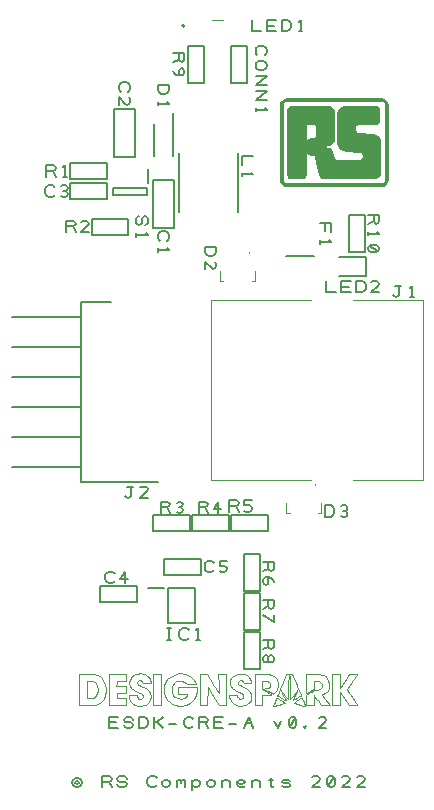
<source format=gbr>
G04 DesignSpark PCB PRO Gerber Version 10.0 Build 5299*
G04 #@! TF.Part,Single*
G04 #@! TF.FileFunction,Legend,Top*
G04 #@! TF.FilePolarity,Positive*
%FSLAX35Y35*%
%MOIN*%
%ADD13C,0.00300*%
%ADD14C,0.00394*%
%ADD10C,0.00500*%
%ADD11C,0.00787*%
%ADD12C,0.00800*%
G04 #@! TD.AperFunction*
X0Y0D02*
D02*
D10*
X18873Y203925D02*
X18561Y203612D01*
X17935Y203300D01*
X16998D01*
X16373Y203612D01*
X16061Y203925D01*
X15748Y204550D01*
Y205800D01*
X16061Y206425D01*
X16373Y206737D01*
X16998Y207050D01*
X17935D01*
X18561Y206737D01*
X18873Y206425D01*
X21061Y203612D02*
X21685Y203300D01*
X22311D01*
X22935Y203612D01*
X23248Y204237D01*
X22935Y204862D01*
X22311Y205175D01*
X21685D01*
X22311D02*
X22935Y205487D01*
X23248Y206112D01*
X22935Y206737D01*
X22311Y207050D01*
X21685D01*
X21061Y206737D01*
X16142Y209993D02*
Y213743D01*
X18329D01*
X18954Y213430D01*
X19267Y212805D01*
X18954Y212180D01*
X18329Y211868D01*
X16142D01*
X18329D02*
X19267Y209993D01*
X21767D02*
X23017D01*
X22392D02*
Y213743D01*
X21767Y213118D01*
X22835Y191489D02*
Y195239D01*
X25022D01*
X25647Y194926D01*
X25960Y194301D01*
X25647Y193676D01*
X25022Y193364D01*
X22835D01*
X25022D02*
X25960Y191489D01*
X30335D02*
X27835D01*
X30022Y193676D01*
X30335Y194301D01*
X30022Y194926D01*
X29397Y195239D01*
X28460D01*
X27835Y194926D01*
X24165Y202468D02*
Y207768D01*
X36465D01*
Y202468D01*
X24165D01*
Y209161D02*
Y214461D01*
X36465D01*
Y209161D01*
X24165D01*
X24803Y7699D02*
Y8012D01*
X25116Y8949D01*
X25428Y9262D01*
X26053Y9574D01*
X26678D01*
X27303Y9262D01*
X27616Y8949D01*
X27928Y8012D01*
Y7699D01*
X27616Y7074D01*
X27303Y6762D01*
X26678Y6449D01*
X26053D01*
X25428Y6762D01*
X25116Y7074D01*
X24803Y7699D01*
X26991D02*
X26366Y7387D01*
X25741Y7699D01*
Y8324D01*
X26366Y8637D01*
X26991Y8324D01*
X34803Y6449D02*
Y10199D01*
X36991D01*
X37616Y9887D01*
X37928Y9262D01*
X37616Y8637D01*
X36991Y8324D01*
X34803D01*
X36991D02*
X37928Y6449D01*
X39803Y7387D02*
X40116Y6762D01*
X40741Y6449D01*
X41991D01*
X42616Y6762D01*
X42928Y7387D01*
X42616Y8012D01*
X41991Y8324D01*
X40741D01*
X40116Y8637D01*
X39803Y9262D01*
X40116Y9887D01*
X40741Y10199D01*
X41991D01*
X42616Y9887D01*
X42928Y9262D01*
X52928Y7074D02*
X52616Y6762D01*
X51991Y6449D01*
X51053D01*
X50428Y6762D01*
X50116Y7074D01*
X49803Y7699D01*
Y8949D01*
X50116Y9574D01*
X50428Y9887D01*
X51053Y10199D01*
X51991D01*
X52616Y9887D01*
X52928Y9574D01*
X54803Y7387D02*
X55116Y6762D01*
X55741Y6449D01*
X56366D01*
X56991Y6762D01*
X57303Y7387D01*
Y8012D01*
X56991Y8637D01*
X56366Y8949D01*
X55741D01*
X55116Y8637D01*
X54803Y8012D01*
Y7387D01*
X59803Y6449D02*
Y8949D01*
Y8637D02*
X60116Y8949D01*
X60741D01*
X61053Y8637D01*
Y7699D01*
Y8637D02*
X61366Y8949D01*
X61991D01*
X62303Y8637D01*
Y6449D01*
X64803Y8949D02*
Y5512D01*
Y7387D02*
X65116Y6762D01*
X65741Y6449D01*
X66366D01*
X66991Y6762D01*
X67303Y7387D01*
Y8012D01*
X66991Y8637D01*
X66366Y8949D01*
X65741D01*
X65116Y8637D01*
X64803Y8012D01*
Y7387D01*
X69803D02*
X70116Y6762D01*
X70741Y6449D01*
X71366D01*
X71991Y6762D01*
X72303Y7387D01*
Y8012D01*
X71991Y8637D01*
X71366Y8949D01*
X70741D01*
X70116Y8637D01*
X69803Y8012D01*
Y7387D01*
X74803Y6449D02*
Y8949D01*
Y8012D02*
X75116Y8637D01*
X75741Y8949D01*
X76366D01*
X76991Y8637D01*
X77303Y8012D01*
Y6449D01*
X82303Y6762D02*
X81991Y6449D01*
X81366D01*
X80741D01*
X80116Y6762D01*
X79803Y7387D01*
Y8324D01*
X80116Y8637D01*
X80741Y8949D01*
X81366D01*
X81991Y8637D01*
X82303Y8324D01*
Y8012D01*
X81991Y7699D01*
X81366Y7387D01*
X80741D01*
X80116Y7699D01*
X79803Y8012D01*
X84803Y6449D02*
Y8949D01*
Y8012D02*
X85116Y8637D01*
X85741Y8949D01*
X86366D01*
X86991Y8637D01*
X87303Y8012D01*
Y6449D01*
X90324Y8949D02*
X91782D01*
X91053Y9574D02*
Y6762D01*
X91366Y6449D01*
X91678D01*
X91991Y6762D01*
X94803D02*
X95428Y6449D01*
X96678D01*
X97303Y6762D01*
Y7387D01*
X96678Y7699D01*
X95428D01*
X94803Y8012D01*
Y8637D01*
X95428Y8949D01*
X96678D01*
X97303Y8637D01*
X107303Y6449D02*
X104803D01*
X106991Y8637D01*
X107303Y9262D01*
X106991Y9887D01*
X106366Y10199D01*
X105428D01*
X104803Y9887D01*
X110116Y6762D02*
X110741Y6449D01*
X111366D01*
X111991Y6762D01*
X112303Y7387D01*
Y9262D01*
X111991Y9887D01*
X111366Y10199D01*
X110741D01*
X110116Y9887D01*
X109803Y9262D01*
Y7387D01*
X110116Y6762D01*
X111991Y9887D01*
X117303Y6449D02*
X114803D01*
X116991Y8637D01*
X117303Y9262D01*
X116991Y9887D01*
X116366Y10199D01*
X115428D01*
X114803Y9887D01*
X122303Y6449D02*
X119803D01*
X121991Y8637D01*
X122303Y9262D01*
X121991Y9887D01*
X121366Y10199D01*
X120428D01*
X119803Y9887D01*
X31252Y190657D02*
Y195957D01*
X43552D01*
Y190657D01*
X31252D01*
X38952Y75165D02*
X38639Y74852D01*
X38014Y74539D01*
X37077D01*
X36452Y74852D01*
X36139Y75165D01*
X35827Y75789D01*
Y77039D01*
X36139Y77665D01*
X36452Y77977D01*
X37077Y78289D01*
X38014D01*
X38639Y77977D01*
X38952Y77665D01*
X42389Y74539D02*
Y78289D01*
X40827Y75789D01*
X43327D01*
X37008Y26134D02*
Y29884D01*
X40133D01*
X39508Y28009D02*
X37008D01*
Y26134D02*
X40133D01*
X42008Y27072D02*
X42320Y26447D01*
X42945Y26134D01*
X44195D01*
X44820Y26447D01*
X45133Y27072D01*
X44820Y27697D01*
X44195Y28009D01*
X42945D01*
X42320Y28322D01*
X42008Y28947D01*
X42320Y29572D01*
X42945Y29884D01*
X44195D01*
X44820Y29572D01*
X45133Y28947D01*
X47008Y26134D02*
Y29884D01*
X48883D01*
X49508Y29572D01*
X49820Y29259D01*
X50133Y28634D01*
Y27384D01*
X49820Y26759D01*
X49508Y26447D01*
X48883Y26134D01*
X47008D01*
X52008D02*
Y29884D01*
Y28009D02*
X52945D01*
X55133Y29884D01*
X52945Y28009D02*
X55133Y26134D01*
X57008Y27384D02*
X59508D01*
X65133Y26759D02*
X64820Y26447D01*
X64195Y26134D01*
X63258D01*
X62633Y26447D01*
X62320Y26759D01*
X62008Y27384D01*
Y28634D01*
X62320Y29259D01*
X62633Y29572D01*
X63258Y29884D01*
X64195D01*
X64820Y29572D01*
X65133Y29259D01*
X67008Y26134D02*
Y29884D01*
X69195D01*
X69820Y29572D01*
X70133Y28947D01*
X69820Y28322D01*
X69195Y28009D01*
X67008D01*
X69195D02*
X70133Y26134D01*
X72008D02*
Y29884D01*
X75133D01*
X74508Y28009D02*
X72008D01*
Y26134D02*
X75133D01*
X77008Y27384D02*
X79508D01*
X82008Y26134D02*
X83570Y29884D01*
X85133Y26134D01*
X82633Y27697D02*
X84508D01*
X92008Y28634D02*
X93258Y26134D01*
X94508Y28634D01*
X97320Y26447D02*
X97945Y26134D01*
X98570D01*
X99195Y26447D01*
X99508Y27072D01*
Y28947D01*
X99195Y29572D01*
X98570Y29884D01*
X97945D01*
X97320Y29572D01*
X97008Y28947D01*
Y27072D01*
X97320Y26447D01*
X99195Y29572D01*
X102320Y26134D02*
X102633Y26447D01*
X102320Y26759D01*
X102008Y26447D01*
X102320Y26134D01*
X109508D02*
X107008D01*
X109195Y28322D01*
X109508Y28947D01*
X109195Y29572D01*
X108570Y29884D01*
X107633D01*
X107008Y29572D01*
X40933Y238213D02*
X40620Y238526D01*
X40307Y239151D01*
Y240089D01*
X40620Y240713D01*
X40933Y241026D01*
X41557Y241339D01*
X42807D01*
X43433Y241026D01*
X43745Y240713D01*
X44057Y240089D01*
Y239151D01*
X43745Y238526D01*
X43433Y238213D01*
X40307Y233839D02*
Y236339D01*
X42495Y234151D01*
X43120Y233839D01*
X43745Y234151D01*
X44057Y234776D01*
Y235713D01*
X43745Y236339D01*
X42520Y103531D02*
X42832Y103219D01*
X43457Y102906D01*
X44082Y103219D01*
X44395Y103531D01*
Y106656D01*
X45020D01*
X44395D02*
X43145D01*
X50020Y102906D02*
X47520D01*
X49707Y105094D01*
X50020Y105719D01*
X49707Y106344D01*
X49082Y106656D01*
X48145D01*
X47520Y106344D01*
X47151Y196850D02*
X46526Y196538D01*
X46213Y195913D01*
Y194663D01*
X46526Y194038D01*
X47151Y193725D01*
X47776Y194038D01*
X48088Y194663D01*
Y195913D01*
X48401Y196538D01*
X49026Y196850D01*
X49651Y196538D01*
X49963Y195913D01*
Y194663D01*
X49651Y194038D01*
X49026Y193725D01*
X46213Y191225D02*
Y189975D01*
Y190600D02*
X49963D01*
X49338Y191225D01*
X45626Y216409D02*
Y232409D01*
X38626D01*
Y216409D01*
X45626D01*
X46307Y73496D02*
Y68196D01*
X34007D01*
Y73496D01*
X46307D01*
X51618Y208787D02*
Y192787D01*
X58618D01*
Y208787D01*
X51618D01*
X51724Y91838D02*
Y97138D01*
X64024D01*
Y91838D01*
X51724D01*
X53925Y188607D02*
X53612Y188920D01*
X53300Y189545D01*
Y190482D01*
X53612Y191107D01*
X53925Y191420D01*
X54550Y191732D01*
X55800D01*
X56425Y191420D01*
X56737Y191107D01*
X57050Y190482D01*
Y189545D01*
X56737Y188920D01*
X56425Y188607D01*
X53300Y186107D02*
Y184857D01*
Y185482D02*
X57050D01*
X56425Y186107D01*
X53300Y240551D02*
X57050D01*
Y238676D01*
X56737Y238051D01*
X56425Y237739D01*
X55800Y237426D01*
X54550D01*
X53925Y237739D01*
X53612Y238051D01*
X53300Y238676D01*
Y240551D01*
Y234926D02*
Y233676D01*
Y234301D02*
X57050D01*
X56425Y234926D01*
X54311Y97862D02*
Y101612D01*
X56498D01*
X57123Y101300D01*
X57436Y100675D01*
X57123Y100050D01*
X56498Y99737D01*
X54311D01*
X56498D02*
X57436Y97862D01*
X59623Y98175D02*
X60248Y97862D01*
X60873D01*
X61498Y98175D01*
X61811Y98800D01*
X61498Y99425D01*
X60873Y99737D01*
X60248D01*
X60873D02*
X61498Y100050D01*
X61811Y100675D01*
X61498Y101300D01*
X60873Y101612D01*
X60248D01*
X59623Y101300D01*
X56375Y55662D02*
X57625D01*
X57000D02*
Y59412D01*
X56375D02*
X57625D01*
X63563Y56287D02*
X63250Y55974D01*
X62625Y55662D01*
X61687D01*
X61063Y55974D01*
X60750Y56287D01*
X60437Y56912D01*
Y58162D01*
X60750Y58787D01*
X61063Y59100D01*
X61687Y59412D01*
X62625D01*
X63250Y59100D01*
X63563Y58787D01*
X66063Y55662D02*
X67313D01*
X66687D02*
Y59412D01*
X66063Y58787D01*
X58418Y251181D02*
X62168D01*
Y248994D01*
X61856Y248369D01*
X61230Y248056D01*
X60606Y248369D01*
X60293Y248994D01*
Y251181D01*
Y248994D02*
X58418Y248056D01*
Y245244D02*
X58730Y244619D01*
X59356Y243994D01*
X60293Y243681D01*
X61230D01*
X61856Y243994D01*
X62168Y244619D01*
Y245244D01*
X61856Y245869D01*
X61230Y246181D01*
X60606Y245869D01*
X60293Y245244D01*
Y244619D01*
X60606Y243994D01*
X61230Y243681D01*
X63492Y253394D02*
X68792D01*
Y241094D01*
X63492D01*
Y253394D01*
X64716Y91838D02*
Y97138D01*
X77016D01*
Y91838D01*
X64716D01*
X66909Y97862D02*
Y101612D01*
X69096D01*
X69722Y101300D01*
X70034Y100675D01*
X69722Y100050D01*
X69096Y99737D01*
X66909D01*
X69096D02*
X70034Y97862D01*
X73472D02*
Y101612D01*
X71909Y99112D01*
X74409D01*
X67567Y82571D02*
Y77271D01*
X55267D01*
Y82571D01*
X67567D01*
X69048Y186614D02*
X72798D01*
Y184739D01*
X72485Y184114D01*
X72173Y183802D01*
X71548Y183489D01*
X70298D01*
X69673Y183802D01*
X69360Y184114D01*
X69048Y184739D01*
Y186614D01*
Y179114D02*
Y181614D01*
X71235Y179427D01*
X71860Y179114D01*
X72485Y179427D01*
X72798Y180052D01*
Y180989D01*
X72485Y181614D01*
X72023Y78728D02*
X71710Y78415D01*
X71085Y78103D01*
X70148D01*
X69523Y78415D01*
X69210Y78728D01*
X68898Y79353D01*
Y80603D01*
X69210Y81228D01*
X69523Y81541D01*
X70148Y81853D01*
X71085D01*
X71710Y81541D01*
X72023Y81228D01*
X73898Y78415D02*
X74523Y78103D01*
X75460D01*
X76085Y78415D01*
X76398Y79041D01*
Y79353D01*
X76085Y79978D01*
X75460Y80291D01*
X73898D01*
Y81853D01*
X76398D01*
X77145Y98256D02*
Y102006D01*
X79333D01*
X79958Y101694D01*
X80270Y101069D01*
X79958Y100444D01*
X79333Y100131D01*
X77145D01*
X79333D02*
X80270Y98256D01*
X82145Y98569D02*
X82770Y98256D01*
X83708D01*
X84333Y98569D01*
X84645Y99194D01*
Y99506D01*
X84333Y100131D01*
X83708Y100444D01*
X82145D01*
Y102006D01*
X84645D01*
X77708Y91838D02*
Y97138D01*
X90008D01*
Y91838D01*
X77708D01*
X85002Y216929D02*
X81252D01*
Y213804D01*
Y211304D02*
Y210054D01*
Y210679D02*
X85002D01*
X84378Y211304D01*
X81996Y58098D02*
X87296D01*
Y45798D01*
X81996D01*
Y58098D01*
Y71091D02*
X87296D01*
Y58791D01*
X81996D01*
Y71091D01*
Y84083D02*
X87296D01*
Y71783D01*
X81996D01*
Y84083D01*
X82965Y241094D02*
X77665D01*
Y253394D01*
X82965D01*
Y241094D01*
X84646Y262168D02*
Y258418D01*
X87771D01*
X89646D02*
Y262168D01*
X92771D01*
X92146Y260293D02*
X89646D01*
Y258418D02*
X92771D01*
X94646D02*
Y262168D01*
X96521D01*
X97146Y261856D01*
X97458Y261543D01*
X97771Y260918D01*
Y259668D01*
X97458Y259043D01*
X97146Y258730D01*
X96521Y258418D01*
X94646D01*
X100271D02*
X101521D01*
X100896D02*
Y262168D01*
X100271Y261543D01*
X86528Y250418D02*
X86215Y250731D01*
X85902Y251356D01*
Y252293D01*
X86215Y252918D01*
X86528Y253231D01*
X87152Y253543D01*
X88402D01*
X89028Y253231D01*
X89340Y252918D01*
X89652Y252293D01*
Y251356D01*
X89340Y250731D01*
X89028Y250418D01*
X87152Y248543D02*
X88402D01*
X89028Y248231D01*
X89340Y247918D01*
X89652Y247293D01*
Y246668D01*
X89340Y246043D01*
X89028Y245731D01*
X88402Y245418D01*
X87152D01*
X86528Y245731D01*
X86215Y246043D01*
X85902Y246668D01*
Y247293D01*
X86215Y247918D01*
X86528Y248231D01*
X87152Y248543D01*
X85902Y243543D02*
X89652D01*
X85902Y240418D01*
X89652D01*
X85902Y238543D02*
X89652D01*
X85902Y235418D01*
X89652D01*
X85902Y232918D02*
Y231668D01*
Y232293D02*
X89652D01*
X89028Y232918D01*
X88339Y55512D02*
X92089D01*
Y53324D01*
X91777Y52699D01*
X91152Y52387D01*
X90527Y52699D01*
X90214Y53324D01*
Y55512D01*
Y53324D02*
X88339Y52387D01*
X90214Y49574D02*
Y48949D01*
X90527Y48324D01*
X91152Y48012D01*
X91777Y48324D01*
X92089Y48949D01*
Y49574D01*
X91777Y50199D01*
X91152Y50512D01*
X90527Y50199D01*
X90214Y49574D01*
X89902Y50199D01*
X89277Y50512D01*
X88652Y50199D01*
X88339Y49574D01*
Y48949D01*
X88652Y48324D01*
X89277Y48012D01*
X89902Y48324D01*
X90214Y48949D01*
X88339Y68898D02*
X92089D01*
Y66710D01*
X91777Y66085D01*
X91152Y65772D01*
X90527Y66085D01*
X90214Y66710D01*
Y68898D01*
Y66710D02*
X88339Y65772D01*
Y63898D02*
X92089Y61398D01*
Y63898D01*
X88339Y81496D02*
X92089D01*
Y79309D01*
X91777Y78683D01*
X91152Y78371D01*
X90527Y78683D01*
X90214Y79309D01*
Y81496D01*
Y79309D02*
X88339Y78371D01*
X89277Y76496D02*
X89902Y76183D01*
X90214Y75559D01*
Y74933D01*
X89902Y74309D01*
X89277Y73996D01*
X88652Y74309D01*
X88339Y74933D01*
Y75559D01*
X88652Y76183D01*
X89277Y76496D01*
X90214D01*
X91152Y76183D01*
X91777Y75559D01*
X92089Y74933D01*
X96870Y210356D02*
Y232046D01*
X96944Y232589D01*
X97174Y232982D01*
X97565Y233220D01*
X98125Y233300D01*
X109813D01*
X110757Y233117D01*
X111460Y232629D01*
X111897Y231927D01*
X112048Y231104D01*
Y222515D01*
X111896Y221698D01*
X111480Y221039D01*
X110857Y220579D01*
X110087Y220357D01*
X109420Y220211D01*
X109271Y220049D01*
X109224Y219769D01*
X109267Y219551D01*
X109415Y219407D01*
X110165Y219220D01*
X110559Y219123D01*
X110901Y218911D01*
X111342Y218279D01*
X112205Y215965D01*
X112543Y215352D01*
X112906Y215143D01*
X113499Y215063D01*
X120559D01*
X121131Y215141D01*
X121549Y215367D01*
X121805Y215725D01*
X121893Y216200D01*
Y217063D01*
X121829Y217506D01*
X121618Y217872D01*
X121230Y218128D01*
X120637Y218240D01*
X116362Y218436D01*
X115259Y218721D01*
X114362Y219304D01*
X113759Y220129D01*
X113539Y221142D01*
Y230712D01*
X113701Y231764D01*
X114161Y232511D01*
X114879Y232957D01*
X115813Y233104D01*
X125854D01*
X126453Y233025D01*
X126854Y232791D01*
X127078Y232409D01*
X127148Y231889D01*
Y228672D01*
X127071Y228106D01*
X126829Y227702D01*
X126403Y227459D01*
X125775Y227378D01*
X120324D01*
X119792Y227290D01*
X119426Y227055D01*
X119215Y226716D01*
X119147Y226319D01*
Y225221D01*
X119241Y224819D01*
X119520Y224505D01*
X119974Y224294D01*
X120598Y224201D01*
X125108Y223927D01*
X126067Y223659D01*
X126839Y223049D01*
X127353Y222211D01*
X127540Y221260D01*
Y211415D01*
X127484Y210909D01*
X127328Y210478D01*
X126780Y209832D01*
X126034Y209457D01*
X125226Y209337D01*
X109067D01*
X108508Y209376D01*
X108062Y209533D01*
X107727Y209866D01*
X107498Y210435D01*
X106087Y216200D01*
X105930Y216670D01*
X105689Y217014D01*
X105265Y217226D01*
X104557Y217298D01*
X104069Y217366D01*
X103684Y217573D01*
X103432Y217927D01*
X103341Y218436D01*
Y221456D01*
X103417Y221965D01*
X103650Y222319D01*
X104053Y222526D01*
X104635Y222593D01*
X105420D01*
X105900Y222702D01*
X106229Y222990D01*
X106418Y223404D01*
X106479Y223887D01*
Y226358D01*
X106394Y226828D01*
X106150Y227172D01*
X105767Y227384D01*
X105263Y227457D01*
X102596D01*
Y210474D01*
X102477Y209932D01*
X102174Y209582D01*
X101769Y209393D01*
X101341Y209337D01*
X98085D01*
X97548Y209408D01*
X97169Y209611D01*
X96944Y209932D01*
X96870Y210356D01*
G36*
X96870Y210356D02*
Y232046D01*
X96944Y232589D01*
X97174Y232982D01*
X97565Y233220D01*
X98125Y233300D01*
X109813D01*
X110757Y233117D01*
X111460Y232629D01*
X111897Y231927D01*
X112048Y231104D01*
Y222515D01*
X111896Y221698D01*
X111480Y221039D01*
X110857Y220579D01*
X110087Y220357D01*
X109420Y220211D01*
X109271Y220049D01*
X109224Y219769D01*
X109267Y219551D01*
X109415Y219407D01*
X110165Y219220D01*
X110559Y219123D01*
X110901Y218911D01*
X111342Y218279D01*
X112205Y215965D01*
X112543Y215352D01*
X112906Y215143D01*
X113499Y215063D01*
X120559D01*
X121131Y215141D01*
X121549Y215367D01*
X121805Y215725D01*
X121893Y216200D01*
Y217063D01*
X121829Y217506D01*
X121618Y217872D01*
X121230Y218128D01*
X120637Y218240D01*
X116362Y218436D01*
X115259Y218721D01*
X114362Y219304D01*
X113759Y220129D01*
X113539Y221142D01*
Y230712D01*
X113701Y231764D01*
X114161Y232511D01*
X114879Y232957D01*
X115813Y233104D01*
X125854D01*
X126453Y233025D01*
X126854Y232791D01*
X127078Y232409D01*
X127148Y231889D01*
Y228672D01*
X127071Y228106D01*
X126829Y227702D01*
X126403Y227459D01*
X125775Y227378D01*
X120324D01*
X119792Y227290D01*
X119426Y227055D01*
X119215Y226716D01*
X119147Y226319D01*
Y225221D01*
X119241Y224819D01*
X119520Y224505D01*
X119974Y224294D01*
X120598Y224201D01*
X125108Y223927D01*
X126067Y223659D01*
X126839Y223049D01*
X127353Y222211D01*
X127540Y221260D01*
Y211415D01*
X127484Y210909D01*
X127328Y210478D01*
X126780Y209832D01*
X126034Y209457D01*
X125226Y209337D01*
X109067D01*
X108508Y209376D01*
X108062Y209533D01*
X107727Y209866D01*
X107498Y210435D01*
X106087Y216200D01*
X105930Y216670D01*
X105689Y217014D01*
X105265Y217226D01*
X104557Y217298D01*
X104069Y217366D01*
X103684Y217573D01*
X103432Y217927D01*
X103341Y218436D01*
Y221456D01*
X103417Y221965D01*
X103650Y222319D01*
X104053Y222526D01*
X104635Y222593D01*
X105420D01*
X105900Y222702D01*
X106229Y222990D01*
X106418Y223404D01*
X106479Y223887D01*
Y226358D01*
X106394Y226828D01*
X106150Y227172D01*
X105767Y227384D01*
X105263Y227457D01*
X102596D01*
Y210474D01*
X102477Y209932D01*
X102174Y209582D01*
X101769Y209393D01*
X101341Y209337D01*
X98085D01*
X97548Y209408D01*
X97169Y209611D01*
X96944Y209932D01*
X96870Y210356D01*
G37*
X107237Y194488D02*
X110987D01*
Y191363D01*
X109112Y191988D02*
Y194488D01*
X107237Y188863D02*
Y187613D01*
Y188238D02*
X110987D01*
X110362Y188863D01*
X109055Y96607D02*
Y100357D01*
X110930D01*
X111555Y100044D01*
X111868Y99732D01*
X112180Y99107D01*
Y97857D01*
X111868Y97232D01*
X111555Y96919D01*
X110930Y96607D01*
X109055D01*
X114368Y96919D02*
X114993Y96607D01*
X115618D01*
X116243Y96919D01*
X116555Y97544D01*
X116243Y98169D01*
X115618Y98482D01*
X114993D01*
X115618D02*
X116243Y98794D01*
X116555Y99419D01*
X116243Y100044D01*
X115618Y100357D01*
X114993D01*
X114368Y100044D01*
X109449Y175160D02*
Y171410D01*
X112574D01*
X114449D02*
Y175160D01*
X117574D01*
X116949Y173285D02*
X114449D01*
Y171410D02*
X117574D01*
X119449D02*
Y175160D01*
X121324D01*
X121949Y174848D01*
X122261Y174535D01*
X122574Y173910D01*
Y172660D01*
X122261Y172035D01*
X121949Y171722D01*
X121324Y171410D01*
X119449D01*
X126949D02*
X124449D01*
X126636Y173598D01*
X126949Y174222D01*
X126636Y174848D01*
X126011Y175160D01*
X125074D01*
X124449Y174848D01*
X122335Y184795D02*
X117035D01*
Y197095D01*
X122335D01*
Y184795D01*
X123378Y197244D02*
X127128D01*
Y195057D01*
X126816Y194431D01*
X126191Y194119D01*
X125566Y194431D01*
X125254Y195057D01*
Y197244D01*
Y195057D02*
X123378Y194119D01*
Y191619D02*
Y190369D01*
Y190994D02*
X127128D01*
X126504Y191619D01*
X123691Y186931D02*
X123378Y186307D01*
Y185681D01*
X123691Y185057D01*
X124316Y184744D01*
X126191D01*
X126816Y185057D01*
X127128Y185681D01*
Y186307D01*
X126816Y186931D01*
X126191Y187244D01*
X124316D01*
X123691Y186931D01*
X126816Y185057D01*
X131890Y170460D02*
X132202Y170148D01*
X132827Y169835D01*
X133452Y170148D01*
X133765Y170460D01*
Y173585D01*
X134390D01*
X133765D02*
X132515D01*
X137515Y169835D02*
X138765D01*
X138140D02*
Y173585D01*
X137515Y172960D01*
D02*
D11*
X27559Y113189D02*
X4567D01*
X27559Y123189D02*
X4567D01*
X27559Y133189D02*
X4567D01*
X27559Y143189D02*
X4567D01*
X27559Y153189D02*
X4567D01*
X27559Y163189D02*
X4567D01*
X49803Y206299D02*
Y203937D01*
X38386D01*
Y206299D01*
X49803D01*
X49926Y72815D02*
X55437D01*
X50000Y212402D02*
Y207677D01*
X51969Y227343D02*
Y216752D01*
X53543Y108189D02*
X27559D01*
Y168189D01*
X37559D01*
X56815Y72815D02*
X65870D01*
Y61004D01*
X56815D01*
Y72815D01*
X58268Y231201D02*
Y216752D01*
X60236Y217717D02*
Y198031D01*
X61811Y259843D02*
Y260630D02*
G75*
G03*
Y259843I0J-394D01*
G01*
Y260630D02*
G75*
G02*
Y259843I0J-394D01*
G01*
X79921Y198031D02*
Y217717D01*
X105465Y183465D02*
X96110D01*
X113583Y176673D02*
X122736D01*
Y183169D01*
X113583D01*
D02*
D12*
X127815Y206698D02*
X128689Y206875D01*
X129403Y207356D01*
X129884Y208070D01*
X130061Y208944D01*
Y233575D01*
X129884Y234449D01*
X129403Y235163D01*
X128689Y235645D01*
X127815Y235821D01*
X96595D01*
X95721Y235645D01*
X95007Y235163D01*
X94525Y234449D01*
X94349Y233575D01*
Y208944D01*
X94525Y208070D01*
X95007Y207356D01*
X95721Y206875D01*
X96595Y206698D01*
X127815D01*
X129368Y233576D02*
X129246Y234180D01*
X128913Y234674D01*
X128419Y235006D01*
X127815Y235128D01*
X96595D01*
X95991Y235006D01*
X95497Y234674D01*
X95164Y234180D01*
X95042Y233576D01*
Y208945D01*
X95164Y208341D01*
X95497Y207847D01*
X95991Y207514D01*
X96595Y207392D01*
X127815D01*
X128419Y207514D01*
X128913Y207847D01*
X129246Y208341D01*
X129368Y208945D01*
Y233576D01*
D02*
D13*
X26990Y33770D02*
Y44196D01*
X29643Y44153D01*
X30000Y44148D01*
X31071Y44124D01*
X31956Y44080D01*
X32502Y44006D01*
X32813Y43919D01*
X32914Y43882D01*
X33267Y43752D01*
X34248Y43143D01*
X35216Y42057D01*
X35806Y40645D01*
X36006Y39357D01*
Y38506D01*
X35824Y37243D01*
X35276Y35887D01*
X34348Y34844D01*
X33379Y34238D01*
X33031Y34099D01*
X32930Y34060D01*
X32617Y33961D01*
X32087Y33881D01*
X31194Y33839D01*
X30071Y33815D01*
X29698Y33810D01*
X26990Y33770D01*
X31638Y36204D02*
X31820Y36254D01*
X32337Y36517D01*
X32844Y37023D01*
X33166Y37735D01*
X33298Y38431D01*
X33311Y38664D01*
X33330Y39017D01*
X33195Y40087D01*
X32667Y41090D01*
X31711Y41684D01*
X30669Y41880D01*
X29724D01*
Y36083D01*
X30463Y36085D01*
X30626D01*
X31113Y36121D01*
X31577Y36188D01*
X31638Y36204D01*
X37052Y33787D02*
Y44177D01*
X42847D01*
Y41886D01*
X41235Y41855D01*
X39622Y41825D01*
X39590Y41033D01*
X39557Y40239D01*
X42739D01*
Y37833D01*
X39558D01*
X39590Y36986D01*
X39622Y36138D01*
X41235Y36108D01*
X42847Y36077D01*
Y33787D01*
X37052D01*
X46100Y33680D02*
X45837Y33746D01*
X45094Y34115D01*
X44308Y34818D01*
X43796Y35724D01*
X43613Y36501D01*
Y37177D01*
X45102D01*
X45655Y37173D01*
X46052Y37144D01*
X46227Y37070D01*
X46282Y36968D01*
X46293Y36931D01*
X46337Y36776D01*
X46560Y36244D01*
X46846Y35945D01*
X46922Y35905D01*
X46996Y35867D01*
X47251Y35804D01*
X47566Y35825D01*
X47850Y35949D01*
X48085Y36153D01*
X48250Y36417D01*
X48330Y36719D01*
X48306Y37037D01*
X48207Y37283D01*
X48159Y37352D01*
X48137Y37383D01*
X47996Y37485D01*
X47668Y37677D01*
X47224Y37906D01*
X46840Y38086D01*
X46710Y38143D01*
X46354Y38298D01*
X45319Y38842D01*
X44424Y39537D01*
X43945Y40314D01*
X43804Y41022D01*
Y41477D01*
X43917Y42136D01*
X44263Y42877D01*
X44850Y43494D01*
X45469Y43899D01*
X45691Y44002D01*
X45792Y44051D01*
X46103Y44184D01*
X46455Y44285D01*
X46863Y44330D01*
X47297Y44339D01*
X47580D01*
X47998Y44328D01*
X48401Y44288D01*
X48733Y44202D01*
X48997Y44098D01*
X49082Y44057D01*
X49267Y43970D01*
X49788Y43630D01*
X50329Y43087D01*
X50698Y42435D01*
X50869Y41870D01*
X50895Y41676D01*
X50969Y41114D01*
X48333D01*
X48207Y41498D01*
X48169Y41609D01*
X47895Y41965D01*
X47450Y42098D01*
X47187D01*
X46840Y41950D01*
X46534Y41591D01*
X46448Y41150D01*
X46571Y40826D01*
X46648Y40757D01*
X46674Y40733D01*
X46833Y40637D01*
X47195Y40438D01*
X47683Y40185D01*
X48103Y39978D01*
X48244Y39910D01*
X48592Y39743D01*
X49609Y39173D01*
X50450Y38474D01*
X50876Y37688D01*
X50992Y36936D01*
Y36685D01*
X50991Y36448D01*
X50882Y35737D01*
X50552Y34959D01*
X49992Y34339D01*
X49406Y33956D01*
X49196Y33862D01*
X49055Y33799D01*
X48572Y33703D01*
X47699Y33610D01*
X46801Y33598D01*
X46268Y33638D01*
X46100Y33680D01*
X51706Y33787D02*
Y44177D01*
X54441D01*
Y33787D01*
X51706D01*
X59263Y33741D02*
X58990Y33815D01*
X58203Y34156D01*
X57260Y34786D01*
X56462Y35610D01*
X55965Y36342D01*
X55836Y36603D01*
X55769Y36738D01*
X55578Y37148D01*
X55434Y37566D01*
X55365Y38022D01*
X55337Y38517D01*
X55332Y38681D01*
X55322Y38920D01*
X55343Y39638D01*
X55461Y40450D01*
X55702Y41171D01*
X55970Y41693D01*
X56076Y41855D01*
X56414Y42376D01*
X57931Y43615D01*
X60296Y44349D01*
X62773Y44023D01*
X64522Y43062D01*
X64965Y42605D01*
X65057Y42509D01*
X65300Y42186D01*
X65648Y41643D01*
X65921Y41128D01*
X66032Y40874D01*
Y40769D01*
X65647Y40707D01*
X64833Y40677D01*
X63091D01*
X62803Y41054D01*
X62680Y41214D01*
X62178Y41591D01*
X61357Y41911D01*
X60467Y41985D01*
X59825Y41872D01*
X59635Y41784D01*
X59504Y41726D01*
X59144Y41476D01*
X58697Y41035D01*
X58333Y40511D01*
X58138Y40099D01*
X58096Y39955D01*
X58030Y39728D01*
X57967Y39007D01*
X58095Y38052D01*
X58452Y37190D01*
X58848Y36657D01*
X59013Y36519D01*
X59213Y36354D01*
X59951Y36020D01*
X60994Y35906D01*
X62005Y36167D01*
X62676Y36599D01*
X62844Y36791D01*
X62927Y36887D01*
X63154Y37191D01*
X63124Y37404D01*
X62656Y37490D01*
X61906Y37505D01*
X60128D01*
Y39692D01*
X66360D01*
Y38591D01*
X66067Y37239D01*
X65245Y35677D01*
X63982Y34471D01*
X62788Y33846D01*
X62365Y33736D01*
X62191Y33691D01*
X61654Y33620D01*
X60809Y33582D01*
X59966Y33623D01*
X59434Y33696D01*
X59263Y33741D01*
X67345Y33787D02*
Y44183D01*
X68514Y44152D01*
X69683Y44121D01*
X71626Y40963D01*
X71816Y40656D01*
X72385Y39733D01*
X73019Y38714D01*
X73459Y38013D01*
X73630Y37747D01*
X73641Y37738D01*
X73662Y37969D01*
X73667Y38645D01*
X73657Y39665D01*
X73639Y40609D01*
X73632Y40922D01*
X73552Y44177D01*
X76094D01*
Y33780D01*
X73742Y33842D01*
X71828Y36897D01*
X69914Y39954D01*
X69857Y33787D01*
X67345D01*
X79856Y33674D02*
X79574Y33735D01*
X78765Y34088D01*
X77922Y34781D01*
X77380Y35692D01*
X77187Y36493D01*
Y37177D01*
X79785D01*
X79853Y36750D01*
X79868Y36655D01*
X79987Y36377D01*
X80235Y36060D01*
X80557Y35839D01*
X80819Y35756D01*
X80985D01*
X81224Y35838D01*
X81505Y35999D01*
X81554Y36039D01*
X81620Y36096D01*
X81822Y36352D01*
X81890Y36654D01*
Y36852D01*
X81828Y37142D01*
X81593Y37460D01*
X81109Y37775D01*
X80507Y38065D01*
X80304Y38153D01*
X79984Y38292D01*
X79054Y38765D01*
X78205Y39357D01*
X77680Y40001D01*
X77442Y40569D01*
X77400Y40765D01*
X77363Y40942D01*
X77343Y41489D01*
X77485Y42177D01*
X77820Y42818D01*
X78198Y43268D01*
X78343Y43395D01*
X78602Y43622D01*
X79566Y44092D01*
X80982Y44328D01*
X82371Y44102D01*
X83282Y43639D01*
X83516Y43412D01*
X83658Y43274D01*
X84130Y42624D01*
X84356Y41886D01*
X84375Y41703D01*
X84436Y41114D01*
X81939D01*
X81723Y41578D01*
X81682Y41665D01*
X81478Y41961D01*
X81228Y42120D01*
X81165Y42137D01*
X81047Y42170D01*
X80657Y42135D01*
X80231Y41896D01*
X79976Y41504D01*
X79944Y41144D01*
X79980Y41039D01*
X79997Y40989D01*
X80098Y40851D01*
X80373Y40634D01*
X80883Y40338D01*
X81501Y40016D01*
X81708Y39911D01*
X82081Y39723D01*
X83167Y39087D01*
X84039Y38328D01*
X84439Y37486D01*
X84506Y36678D01*
X84488Y36411D01*
X84481Y36307D01*
X84388Y35773D01*
X84241Y35315D01*
X84207Y35247D01*
X84148Y35133D01*
X83916Y34816D01*
X83515Y34412D01*
X83050Y34075D01*
X82687Y33883D01*
X82560Y33839D01*
X82420Y33789D01*
X81974Y33705D01*
X81221Y33627D01*
X80462Y33613D01*
X80004Y33643D01*
X79856Y33674D01*
X85609Y33787D02*
Y44201D01*
X88152Y44152D01*
X88495Y44146D01*
X89528Y44119D01*
X90377Y44072D01*
X90901Y43993D01*
X91207Y43902D01*
X91306Y43864D01*
X91494Y43791D01*
X92311Y43223D01*
X92939Y42406D01*
X93033Y42207D01*
X93073Y42123D01*
X93179Y41862D01*
X93266Y41538D01*
X93306Y41151D01*
X93316Y40754D01*
Y40621D01*
X93315Y40491D01*
X93303Y40097D01*
X93261Y39707D01*
X93174Y39377D01*
X93069Y39114D01*
X93030Y39029D01*
X92973Y38908D01*
X92759Y38567D01*
X92406Y38107D01*
X92061Y37756D01*
X91876Y37615D01*
X91771D01*
X91643Y37682D01*
X91254Y37864D01*
X90704Y38134D01*
X90215Y38380D01*
X90054Y38462D01*
X88397Y39310D01*
X89312Y39369D01*
X89440Y39377D01*
X89825Y39411D01*
X90139Y39472D01*
X90346Y39585D01*
X90497Y39730D01*
X90543Y39781D01*
X90603Y39849D01*
X90791Y40159D01*
X90857Y40496D01*
Y40755D01*
X90745Y41191D01*
X90394Y41584D01*
X89776Y41808D01*
X89090Y41880D01*
X88861D01*
X88124Y41880D01*
Y39307D01*
X89703Y38324D01*
X89854Y38230D01*
X90309Y37945D01*
X90739Y37659D01*
X90991Y37452D01*
X91061Y37309D01*
X90945Y37217D01*
X90642Y37159D01*
X90148Y37124D01*
X89633Y37101D01*
X89463Y37094D01*
X88124Y37041D01*
Y33787D01*
X85609D01*
X91767Y33705D02*
X91787Y33754D01*
X91994Y34261D01*
X92276Y34957D01*
X92333Y35099D01*
X92391Y35242D01*
X92654Y35860D01*
X92822Y36218D01*
X92833Y36230D01*
X92843Y36243D01*
X92972Y36196D01*
X93295Y36039D01*
X93753Y35780D01*
X94162Y35533D01*
X94298Y35448D01*
X95683Y34573D01*
X95320Y34460D01*
X95201Y34423D01*
X94844Y34312D01*
X94285Y34139D01*
X93685Y33954D01*
X93091Y33773D01*
X92547Y33609D01*
X92098Y33474D01*
X91791Y33383D01*
X91698Y33349D01*
X91668D01*
X91677Y33454D01*
X91746Y33657D01*
X91767Y33705D01*
X94548Y36144D02*
X94412Y36214D01*
X94007Y36431D01*
X93563Y36685D01*
X93264Y36881D01*
X93154Y36963D01*
Y37073D01*
X93265Y37320D01*
X93569Y38116D01*
X94019Y39257D01*
X94429Y40285D01*
X94568Y40626D01*
X95982Y44121D01*
X96440Y44156D01*
X96897Y44189D01*
X96818Y40438D01*
X96809Y40066D01*
X96781Y38949D01*
X96741Y37667D01*
X96702Y36731D01*
X96678Y36332D01*
X96669Y36276D01*
X96599Y35867D01*
X95507Y37241D01*
X95400Y37377D01*
X95075Y37780D01*
X94706Y38232D01*
X94437Y38548D01*
X94326Y38673D01*
X94311Y38682D01*
X94359Y38506D01*
X94565Y38093D01*
X94623Y37989D01*
X94774Y37717D01*
X95224Y36894D01*
X95656Y36091D01*
X95911Y35599D01*
X95981Y35433D01*
X95976Y35434D01*
X95856Y35492D01*
X95544Y35644D01*
X95092Y35871D01*
X94684Y36076D01*
X94548Y36144D01*
X98637Y36385D02*
X98701Y36501D01*
X99084Y37192D01*
X99452Y37846D01*
X99507Y37943D01*
X99563Y38041D01*
X99780Y38459D01*
X99874Y38694D01*
X99862Y38706D01*
X99793D01*
X99788Y38699D01*
X99783Y38694D01*
X99682Y38568D01*
X99423Y38243D01*
X99049Y37774D01*
X98712Y37350D01*
X98599Y37209D01*
X97447Y35766D01*
X97377Y38959D01*
X97369Y39290D01*
X97344Y40280D01*
X97306Y41512D01*
X97271Y42520D01*
X97248Y43025D01*
X97240Y43164D01*
X97174Y44177D01*
X98137D01*
X99597Y40564D01*
X99738Y40213D01*
X100159Y39158D01*
X100615Y38000D01*
X100916Y37212D01*
X101020Y36918D01*
X101015Y36912D01*
X100996Y36895D01*
X100876Y36833D01*
X100557Y36668D01*
X100118Y36446D01*
X99620Y36199D01*
X99122Y35954D01*
X98685Y35742D01*
X98368Y35593D01*
X98266Y35537D01*
X98233D01*
X98325Y35787D01*
X98572Y36268D01*
X98637Y36385D01*
X100449Y33948D02*
X100270Y34004D01*
X99731Y34176D01*
X99139Y34369D01*
X98730Y34508D01*
X98574Y34565D01*
X98569Y34570D01*
X98658Y34655D01*
X98938Y34852D01*
X99364Y35134D01*
X99759Y35387D01*
X99892Y35469D01*
X100024Y35553D01*
X100424Y35799D01*
X100868Y36064D01*
X101173Y36235D01*
X101291Y36293D01*
X101296Y36287D01*
X101313Y36268D01*
X101365Y36148D01*
X101504Y35825D01*
X101690Y35380D01*
X101898Y34874D01*
X102102Y34366D01*
X102278Y33917D01*
X102403Y33591D01*
X102449Y33481D01*
Y33427D01*
X102425Y33377D01*
X102219Y33405D01*
X101627Y33578D01*
X100743Y33856D01*
X100449Y33948D01*
X102778Y33787D02*
Y37270D01*
X104128Y38099D01*
X104319Y38217D01*
X104900Y38565D01*
X105384Y38812D01*
X105746Y38909D01*
X106053Y38926D01*
X106302D01*
X106743Y38974D01*
X107156Y39063D01*
X107208Y39085D01*
X107335Y39138D01*
X107667Y39426D01*
X107946Y39939D01*
X108019Y40536D01*
X107924Y40995D01*
X107856Y41128D01*
X107794Y41246D01*
X107193Y41679D01*
X106259Y41877D01*
X106031D01*
X105294Y41880D01*
Y39037D01*
X104092Y38435D01*
X103975Y38376D01*
X103621Y38202D01*
X103227Y38010D01*
X102951Y37881D01*
X102864Y37833D01*
X102828D01*
X102813Y38085D01*
X102794Y38769D01*
X102783Y39781D01*
X102778Y40708D01*
Y44199D01*
X105266Y44150D01*
X105686Y44143D01*
X106950Y44093D01*
X108028Y43976D01*
X108729Y43754D01*
X109156Y43488D01*
X109284Y43382D01*
X109544Y43169D01*
X110129Y42290D01*
X110498Y40931D01*
X110369Y39526D01*
X109944Y38552D01*
X109726Y38292D01*
X109655Y38210D01*
X109401Y38000D01*
X108962Y37709D01*
X108522Y37486D01*
X108276Y37396D01*
X108152D01*
X108028Y37311D01*
Y37239D01*
X108130Y37109D01*
X108413Y36722D01*
X108830Y36180D01*
X109211Y35697D01*
X109340Y35537D01*
X109467Y35379D01*
X109850Y34899D01*
X110266Y34367D01*
X110548Y33998D01*
X110652Y33884D01*
Y33837D01*
X110224Y33804D01*
X109455Y33787D01*
X107746D01*
X106622Y35370D01*
X106511Y35526D01*
X106177Y35991D01*
X105797Y36507D01*
X105523Y36869D01*
X105410Y37008D01*
X105396Y37017D01*
X105321Y36613D01*
X105294Y35729D01*
Y33787D01*
X102778D01*
X111417Y33786D02*
Y44177D01*
X114038D01*
X114067Y41811D01*
X114097Y39445D01*
X115573Y41808D01*
X117050Y44171D01*
X118389Y44173D01*
X118573Y44174D01*
X119335Y44159D01*
X119730Y44131D01*
Y44066D01*
X119596Y43899D01*
X119233Y43337D01*
X118696Y42520D01*
X118204Y41779D01*
X118040Y41532D01*
X116350Y38999D01*
X116546Y38717D01*
X116572Y38679D01*
X116742Y38435D01*
X117133Y37876D01*
X117662Y37119D01*
X118119Y36466D01*
X118271Y36248D01*
X118421Y36033D01*
X118872Y35388D01*
X119375Y34663D01*
X119730Y34150D01*
X119869Y33943D01*
X119881Y33924D01*
X119885Y33916D01*
X119849Y33858D01*
X119630Y33816D01*
X119180Y33794D01*
X118633Y33787D01*
X116940D01*
X114097Y38313D01*
X114067Y36050D01*
X114038Y33786D01*
X111417D01*
D02*
D14*
X71260Y262205D02*
X75197D01*
Y175000D02*
X74173D01*
Y178346D01*
X83858Y184252D02*
Y184646D02*
G75*
G03*
Y184252I0J-197D01*
G01*
Y184646D02*
G75*
G02*
Y184252I0J-197D01*
G01*
X85669Y178346D02*
Y175000D01*
X84646D01*
X97244Y97835D02*
X96220D01*
Y101181D01*
X104449Y108760D02*
X70984D01*
Y168760D01*
X104449D01*
X105906Y107087D02*
Y107480D02*
G75*
G03*
Y107087I0J-197D01*
G01*
Y107480D02*
G75*
G02*
Y107087I0J-197D01*
G01*
X107717Y101181D02*
Y97835D01*
X106693D01*
X118228Y108760D02*
X141850D01*
Y168760D01*
X118228D01*
X0Y0D02*
M02*

</source>
